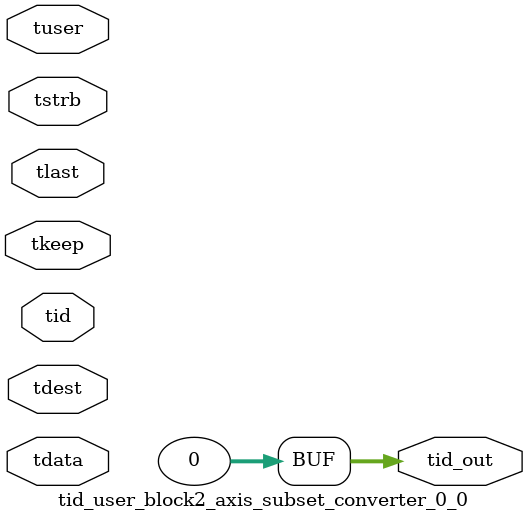
<source format=v>


`timescale 1ps/1ps

module tid_user_block2_axis_subset_converter_0_0 #
(
parameter C_S_AXIS_TID_WIDTH   = 1,
parameter C_S_AXIS_TUSER_WIDTH = 0,
parameter C_S_AXIS_TDATA_WIDTH = 0,
parameter C_S_AXIS_TDEST_WIDTH = 0,
parameter C_M_AXIS_TID_WIDTH   = 32
)
(
input  [(C_S_AXIS_TID_WIDTH   == 0 ? 1 : C_S_AXIS_TID_WIDTH)-1:0       ] tid,
input  [(C_S_AXIS_TDATA_WIDTH == 0 ? 1 : C_S_AXIS_TDATA_WIDTH)-1:0     ] tdata,
input  [(C_S_AXIS_TUSER_WIDTH == 0 ? 1 : C_S_AXIS_TUSER_WIDTH)-1:0     ] tuser,
input  [(C_S_AXIS_TDEST_WIDTH == 0 ? 1 : C_S_AXIS_TDEST_WIDTH)-1:0     ] tdest,
input  [(C_S_AXIS_TDATA_WIDTH/8)-1:0 ] tkeep,
input  [(C_S_AXIS_TDATA_WIDTH/8)-1:0 ] tstrb,
input                                                                    tlast,
output [(C_M_AXIS_TID_WIDTH   == 0 ? 1 : C_M_AXIS_TID_WIDTH)-1:0       ] tid_out
);

assign tid_out = {1'b0};

endmodule


</source>
